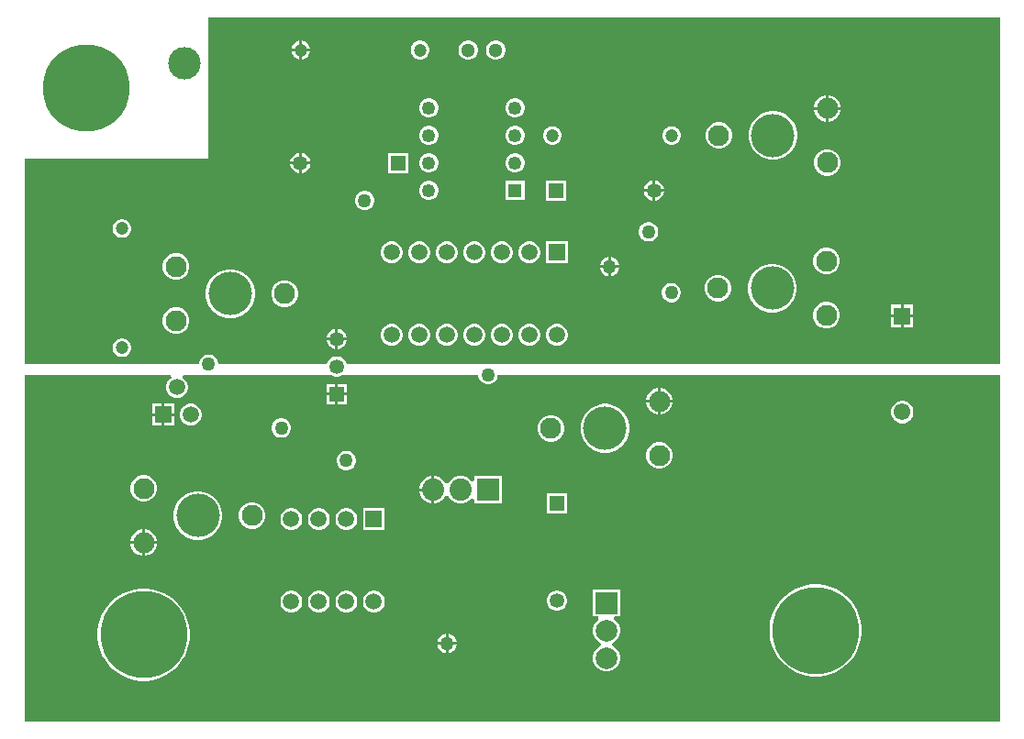
<source format=gbr>
%TF.GenerationSoftware,Altium Limited,Altium Designer,25.1.2 (22)*%
G04 Layer_Physical_Order=2*
G04 Layer_Color=36540*
%FSLAX25Y25*%
%MOIN*%
%TF.SameCoordinates,C6B27E67-7A8A-4C38-9DB9-D7D7B609FA95*%
%TF.FilePolarity,Positive*%
%TF.FileFunction,Copper,L2,Inr,Signal*%
%TF.Part,Single*%
G01*
G75*
%TA.AperFunction,ComponentPad*%
%ADD16C,0.11811*%
%ADD17C,0.05118*%
%ADD18C,0.04724*%
%ADD19R,0.04921X0.04921*%
%ADD20C,0.04921*%
%ADD21R,0.05906X0.05906*%
%ADD22C,0.05906*%
%ADD23R,0.08071X0.08071*%
%ADD24C,0.08071*%
%ADD25C,0.05315*%
%ADD26R,0.05315X0.05315*%
%ADD27R,0.07874X0.07874*%
%ADD28C,0.07874*%
%ADD29C,0.15748*%
%ADD30C,0.07677*%
%ADD32C,0.05900*%
%ADD33R,0.05900X0.05900*%
%ADD34R,0.06102X0.06102*%
%ADD35C,0.06102*%
%ADD36R,0.05315X0.05315*%
%TA.AperFunction,ViaPad*%
%ADD37C,0.31496*%
%ADD38C,0.05000*%
G36*
X421260Y3937D02*
X66929D01*
Y129921D01*
X120151D01*
X120420Y128921D01*
X119968Y128661D01*
X119233Y127925D01*
X118713Y127025D01*
X118444Y126020D01*
Y124980D01*
X118713Y123975D01*
X119233Y123075D01*
X119968Y122339D01*
X120869Y121819D01*
X121874Y121550D01*
X122914D01*
X123918Y121819D01*
X124819Y122339D01*
X125555Y123075D01*
X126075Y123975D01*
X126344Y124980D01*
Y126020D01*
X126075Y127025D01*
X125555Y127925D01*
X124819Y128661D01*
X124368Y128921D01*
X124636Y129921D01*
X178411D01*
X178982Y129592D01*
X179912Y129342D01*
X180875D01*
X181805Y129592D01*
X182376Y129921D01*
X231894D01*
Y129539D01*
X232132Y128649D01*
X232593Y127851D01*
X233245Y127199D01*
X234043Y126739D01*
X234933Y126500D01*
X235855D01*
X236745Y126739D01*
X237543Y127199D01*
X238194Y127851D01*
X238655Y128649D01*
X238894Y129539D01*
Y129921D01*
X421260D01*
Y3937D01*
D02*
G37*
G36*
Y133858D02*
X183950D01*
X183802Y134412D01*
X183320Y135246D01*
X182640Y135927D01*
X181805Y136408D01*
X180875Y136658D01*
X179912D01*
X178982Y136408D01*
X178148Y135927D01*
X177467Y135246D01*
X176986Y134412D01*
X176837Y133858D01*
X137358D01*
Y134319D01*
X137120Y135209D01*
X136659Y136007D01*
X136007Y136659D01*
X135209Y137120D01*
X134319Y137358D01*
X133397D01*
X132507Y137120D01*
X131709Y136659D01*
X131058Y136007D01*
X130597Y135209D01*
X130358Y134319D01*
Y133858D01*
X66929D01*
Y208661D01*
X133858D01*
Y259842D01*
X421260D01*
Y133858D01*
D02*
G37*
%LPC*%
G36*
X184051Y126657D02*
X180894D01*
Y123500D01*
X184051D01*
Y126657D01*
D02*
G37*
G36*
X179894D02*
X176736D01*
Y123500D01*
X179894D01*
Y126657D01*
D02*
G37*
G36*
X298216Y125181D02*
X298079D01*
Y120843D01*
X302417D01*
Y120979D01*
X302088Y122210D01*
X301451Y123313D01*
X300550Y124214D01*
X299446Y124851D01*
X298216Y125181D01*
D02*
G37*
G36*
X297079D02*
X296942D01*
X295711Y124851D01*
X294608Y124214D01*
X293707Y123313D01*
X293070Y122210D01*
X292740Y120979D01*
Y120843D01*
X297079D01*
Y125181D01*
D02*
G37*
G36*
X184051Y122500D02*
X180894D01*
Y119343D01*
X184051D01*
Y122500D01*
D02*
G37*
G36*
X179894D02*
X176736D01*
Y119343D01*
X179894D01*
Y122500D01*
D02*
G37*
G36*
X121344Y119450D02*
X117894D01*
Y116000D01*
X121344D01*
Y119450D01*
D02*
G37*
G36*
X116894D02*
X113444D01*
Y116000D01*
X116894D01*
Y119450D01*
D02*
G37*
G36*
X302417Y119843D02*
X298079D01*
Y115504D01*
X298216D01*
X299446Y115834D01*
X300550Y116471D01*
X301451Y117372D01*
X302088Y118475D01*
X302417Y119705D01*
Y119843D01*
D02*
G37*
G36*
X297079D02*
X292740D01*
Y119705D01*
X293070Y118475D01*
X293707Y117372D01*
X294608Y116471D01*
X295711Y115834D01*
X296942Y115504D01*
X297079D01*
Y119843D01*
D02*
G37*
G36*
X386360Y120429D02*
X385293D01*
X384263Y120153D01*
X383339Y119620D01*
X382585Y118865D01*
X382052Y117942D01*
X381776Y116911D01*
Y115845D01*
X382052Y114814D01*
X382585Y113891D01*
X383339Y113136D01*
X384263Y112603D01*
X385293Y112327D01*
X386360D01*
X387390Y112603D01*
X388314Y113136D01*
X389069Y113891D01*
X389602Y114814D01*
X389878Y115845D01*
Y116911D01*
X389602Y117942D01*
X389069Y118865D01*
X388314Y119620D01*
X387390Y120153D01*
X386360Y120429D01*
D02*
G37*
G36*
X127914Y119450D02*
X126874D01*
X125869Y119181D01*
X124968Y118661D01*
X124233Y117925D01*
X123713Y117025D01*
X123444Y116020D01*
Y114980D01*
X123713Y113975D01*
X124233Y113075D01*
X124968Y112339D01*
X125869Y111819D01*
X126874Y111550D01*
X127914D01*
X128918Y111819D01*
X129819Y112339D01*
X130554Y113075D01*
X131075Y113975D01*
X131344Y114980D01*
Y116020D01*
X131075Y117025D01*
X130554Y117925D01*
X129819Y118661D01*
X128918Y119181D01*
X127914Y119450D01*
D02*
G37*
G36*
X121344Y115000D02*
X117894D01*
Y111550D01*
X121344D01*
Y115000D01*
D02*
G37*
G36*
X116894D02*
X113444D01*
Y111550D01*
X116894D01*
Y115000D01*
D02*
G37*
G36*
X160697Y114130D02*
X159775D01*
X158885Y113891D01*
X158087Y113431D01*
X157436Y112779D01*
X156975Y111981D01*
X156736Y111091D01*
Y110169D01*
X156975Y109279D01*
X157436Y108481D01*
X158087Y107829D01*
X158885Y107368D01*
X159775Y107130D01*
X160697D01*
X161587Y107368D01*
X162385Y107829D01*
X163037Y108481D01*
X163498Y109279D01*
X163736Y110169D01*
Y111091D01*
X163498Y111981D01*
X163037Y112779D01*
X162385Y113431D01*
X161587Y113891D01*
X160697Y114130D01*
D02*
G37*
G36*
X258846Y115339D02*
X257572D01*
X256341Y115009D01*
X255238Y114372D01*
X254337Y113471D01*
X253700Y112368D01*
X253370Y111137D01*
Y109863D01*
X253700Y108632D01*
X254337Y107529D01*
X255238Y106628D01*
X256341Y105991D01*
X257572Y105661D01*
X258846D01*
X260076Y105991D01*
X261180Y106628D01*
X262081Y107529D01*
X262718Y108632D01*
X263047Y109863D01*
Y111137D01*
X262718Y112368D01*
X262081Y113471D01*
X261180Y114372D01*
X260076Y115009D01*
X258846Y115339D01*
D02*
G37*
G36*
X278768Y119374D02*
X277020D01*
X275305Y119033D01*
X273690Y118364D01*
X272237Y117393D01*
X271001Y116157D01*
X270030Y114703D01*
X269361Y113088D01*
X269020Y111374D01*
Y109626D01*
X269361Y107912D01*
X270030Y106297D01*
X271001Y104843D01*
X272237Y103607D01*
X273690Y102636D01*
X275305Y101967D01*
X277020Y101626D01*
X278768D01*
X280482Y101967D01*
X282097Y102636D01*
X283551Y103607D01*
X284787Y104843D01*
X285758Y106297D01*
X286427Y107912D01*
X286768Y109626D01*
Y111374D01*
X286427Y113088D01*
X285758Y114703D01*
X284787Y116157D01*
X283551Y117393D01*
X282097Y118364D01*
X280482Y119033D01*
X278768Y119374D01*
D02*
G37*
G36*
X298216Y105496D02*
X296942D01*
X295711Y105166D01*
X294608Y104529D01*
X293707Y103628D01*
X293070Y102525D01*
X292740Y101295D01*
Y100021D01*
X293070Y98790D01*
X293707Y97686D01*
X294608Y96786D01*
X295711Y96149D01*
X296942Y95819D01*
X298216D01*
X299446Y96149D01*
X300550Y96786D01*
X301451Y97686D01*
X302088Y98790D01*
X302417Y100021D01*
Y101295D01*
X302088Y102525D01*
X301451Y103628D01*
X300550Y104529D01*
X299446Y105166D01*
X298216Y105496D01*
D02*
G37*
G36*
X184319Y102319D02*
X183397D01*
X182507Y102080D01*
X181709Y101620D01*
X181058Y100968D01*
X180597Y100170D01*
X180358Y99280D01*
Y98358D01*
X180597Y97468D01*
X181058Y96670D01*
X181709Y96018D01*
X182507Y95557D01*
X183397Y95319D01*
X184319D01*
X185209Y95557D01*
X186007Y96018D01*
X186659Y96670D01*
X187120Y97468D01*
X187358Y98358D01*
Y99280D01*
X187120Y100170D01*
X186659Y100968D01*
X186007Y101620D01*
X185209Y102080D01*
X184319Y102319D01*
D02*
G37*
G36*
X240429Y93161D02*
X230358D01*
Y91598D01*
X229648Y91309D01*
X229358Y91283D01*
X228485Y92155D01*
X227337Y92818D01*
X226057Y93161D01*
X224731D01*
X223450Y92818D01*
X222302Y92155D01*
X221364Y91218D01*
X220959Y90516D01*
X219828D01*
X219423Y91218D01*
X218485Y92155D01*
X217337Y92818D01*
X216057Y93161D01*
X215894D01*
Y88126D01*
Y83091D01*
X216057D01*
X217337Y83434D01*
X218485Y84097D01*
X219423Y85034D01*
X219828Y85736D01*
X220959D01*
X221364Y85034D01*
X222302Y84097D01*
X223450Y83434D01*
X224731Y83091D01*
X226057D01*
X227337Y83434D01*
X228485Y84097D01*
X229358Y84969D01*
X229648Y84943D01*
X230358Y84654D01*
Y83091D01*
X240429D01*
Y93161D01*
D02*
G37*
G36*
X214894D02*
X214731D01*
X213450Y92818D01*
X212302Y92155D01*
X211364Y91218D01*
X210701Y90070D01*
X210358Y88789D01*
Y88626D01*
X214894D01*
Y93161D01*
D02*
G37*
G36*
X110873Y93421D02*
X109599D01*
X108369Y93091D01*
X107265Y92454D01*
X106364Y91554D01*
X105727Y90450D01*
X105398Y89220D01*
Y87946D01*
X105727Y86715D01*
X106364Y85612D01*
X107265Y84711D01*
X108369Y84074D01*
X109599Y83744D01*
X110873D01*
X112104Y84074D01*
X113207Y84711D01*
X114108Y85612D01*
X114745Y86715D01*
X115075Y87946D01*
Y89220D01*
X114745Y90450D01*
X114108Y91554D01*
X113207Y92454D01*
X112104Y93091D01*
X110873Y93421D01*
D02*
G37*
G36*
X214894Y87626D02*
X210358D01*
Y87463D01*
X210701Y86182D01*
X211364Y85034D01*
X212302Y84097D01*
X213450Y83434D01*
X214731Y83091D01*
X214894D01*
Y87626D01*
D02*
G37*
G36*
X264051Y86874D02*
X256736D01*
Y79559D01*
X264051D01*
Y86874D01*
D02*
G37*
G36*
X150243Y83579D02*
X148969D01*
X147739Y83249D01*
X146635Y82612D01*
X145735Y81711D01*
X145097Y80608D01*
X144768Y79377D01*
Y78103D01*
X145097Y76872D01*
X145735Y75769D01*
X146635Y74868D01*
X147739Y74231D01*
X148969Y73902D01*
X150243D01*
X151474Y74231D01*
X152577Y74868D01*
X153478Y75769D01*
X154115Y76872D01*
X154445Y78103D01*
Y79377D01*
X154115Y80608D01*
X153478Y81711D01*
X152577Y82612D01*
X151474Y83249D01*
X150243Y83579D01*
D02*
G37*
G36*
X197846Y81453D02*
X189941D01*
Y73547D01*
X197846D01*
Y81453D01*
D02*
G37*
G36*
X184414D02*
X183373D01*
X182368Y81183D01*
X181467Y80663D01*
X180731Y79927D01*
X180210Y79026D01*
X179941Y78020D01*
Y76980D01*
X180210Y75974D01*
X180731Y75073D01*
X181467Y74337D01*
X182368Y73817D01*
X183373Y73547D01*
X184414D01*
X185419Y73817D01*
X186321Y74337D01*
X187057Y75073D01*
X187577Y75974D01*
X187847Y76980D01*
Y78020D01*
X187577Y79026D01*
X187057Y79927D01*
X186321Y80663D01*
X185419Y81183D01*
X184414Y81453D01*
D02*
G37*
G36*
X174414D02*
X173373D01*
X172368Y81183D01*
X171467Y80663D01*
X170731Y79927D01*
X170210Y79026D01*
X169941Y78020D01*
Y76980D01*
X170210Y75974D01*
X170731Y75073D01*
X171467Y74337D01*
X172368Y73817D01*
X173373Y73547D01*
X174414D01*
X175419Y73817D01*
X176321Y74337D01*
X177057Y75073D01*
X177577Y75974D01*
X177847Y76980D01*
Y78020D01*
X177577Y79026D01*
X177057Y79927D01*
X176321Y80663D01*
X175419Y81183D01*
X174414Y81453D01*
D02*
G37*
G36*
X164414D02*
X163373D01*
X162368Y81183D01*
X161467Y80663D01*
X160731Y79927D01*
X160210Y79026D01*
X159941Y78020D01*
Y76980D01*
X160210Y75974D01*
X160731Y75073D01*
X161467Y74337D01*
X162368Y73817D01*
X163373Y73547D01*
X164414D01*
X165419Y73817D01*
X166321Y74337D01*
X167057Y75073D01*
X167577Y75974D01*
X167847Y76980D01*
Y78020D01*
X167577Y79026D01*
X167057Y79927D01*
X166321Y80663D01*
X165419Y81183D01*
X164414Y81453D01*
D02*
G37*
G36*
X130795Y87614D02*
X129047D01*
X127333Y87273D01*
X125718Y86604D01*
X124264Y85633D01*
X123028Y84397D01*
X122057Y82944D01*
X121388Y81329D01*
X121047Y79614D01*
Y77866D01*
X121388Y76152D01*
X122057Y74537D01*
X123028Y73083D01*
X124264Y71847D01*
X125718Y70876D01*
X127333Y70207D01*
X129047Y69866D01*
X130795D01*
X132510Y70207D01*
X134125Y70876D01*
X135578Y71847D01*
X136814Y73083D01*
X137785Y74537D01*
X138454Y76152D01*
X138795Y77866D01*
Y79614D01*
X138454Y81329D01*
X137785Y82944D01*
X136814Y84397D01*
X135578Y85633D01*
X134125Y86604D01*
X132510Y87273D01*
X130795Y87614D01*
D02*
G37*
G36*
X110873Y73736D02*
X110736D01*
Y69398D01*
X115075D01*
Y69535D01*
X114745Y70765D01*
X114108Y71869D01*
X113207Y72769D01*
X112104Y73406D01*
X110873Y73736D01*
D02*
G37*
G36*
X109736D02*
X109599D01*
X108369Y73406D01*
X107265Y72769D01*
X106364Y71869D01*
X105727Y70765D01*
X105398Y69535D01*
Y69398D01*
X109736D01*
Y73736D01*
D02*
G37*
G36*
X115075Y68398D02*
X110736D01*
Y64059D01*
X110873D01*
X112104Y64389D01*
X113207Y65026D01*
X114108Y65927D01*
X114745Y67030D01*
X115075Y68261D01*
Y68398D01*
D02*
G37*
G36*
X109736D02*
X105398D01*
Y68261D01*
X105727Y67030D01*
X106364Y65927D01*
X107265Y65026D01*
X108369Y64389D01*
X109599Y64059D01*
X109736D01*
Y68398D01*
D02*
G37*
G36*
X260875Y51441D02*
X259912D01*
X258982Y51192D01*
X258148Y50710D01*
X257467Y50029D01*
X256985Y49195D01*
X256736Y48265D01*
Y47302D01*
X256985Y46372D01*
X257467Y45538D01*
X258148Y44857D01*
X258982Y44375D01*
X259912Y44126D01*
X260875D01*
X261805Y44375D01*
X262639Y44857D01*
X263320Y45538D01*
X263802Y46372D01*
X264051Y47302D01*
Y48265D01*
X263802Y49195D01*
X263320Y50029D01*
X262639Y50710D01*
X261805Y51192D01*
X260875Y51441D01*
D02*
G37*
G36*
X194414Y51453D02*
X193373D01*
X192368Y51183D01*
X191467Y50663D01*
X190731Y49927D01*
X190210Y49026D01*
X189941Y48020D01*
Y46980D01*
X190210Y45974D01*
X190731Y45073D01*
X191467Y44337D01*
X192368Y43817D01*
X193373Y43547D01*
X194414D01*
X195419Y43817D01*
X196321Y44337D01*
X197057Y45073D01*
X197577Y45974D01*
X197846Y46980D01*
Y48020D01*
X197577Y49026D01*
X197057Y49927D01*
X196321Y50663D01*
X195419Y51183D01*
X194414Y51453D01*
D02*
G37*
G36*
X184414D02*
X183373D01*
X182368Y51183D01*
X181467Y50663D01*
X180731Y49927D01*
X180210Y49026D01*
X179941Y48020D01*
Y46980D01*
X180210Y45974D01*
X180731Y45073D01*
X181467Y44337D01*
X182368Y43817D01*
X183373Y43547D01*
X184414D01*
X185419Y43817D01*
X186321Y44337D01*
X187057Y45073D01*
X187577Y45974D01*
X187847Y46980D01*
Y48020D01*
X187577Y49026D01*
X187057Y49927D01*
X186321Y50663D01*
X185419Y51183D01*
X184414Y51453D01*
D02*
G37*
G36*
X174414D02*
X173373D01*
X172368Y51183D01*
X171467Y50663D01*
X170731Y49927D01*
X170210Y49026D01*
X169941Y48020D01*
Y46980D01*
X170210Y45974D01*
X170731Y45073D01*
X171467Y44337D01*
X172368Y43817D01*
X173373Y43547D01*
X174414D01*
X175419Y43817D01*
X176321Y44337D01*
X177057Y45073D01*
X177577Y45974D01*
X177847Y46980D01*
Y48020D01*
X177577Y49026D01*
X177057Y49927D01*
X176321Y50663D01*
X175419Y51183D01*
X174414Y51453D01*
D02*
G37*
G36*
X164414D02*
X163373D01*
X162368Y51183D01*
X161467Y50663D01*
X160731Y49927D01*
X160210Y49026D01*
X159941Y48020D01*
Y46980D01*
X160210Y45974D01*
X160731Y45073D01*
X161467Y44337D01*
X162368Y43817D01*
X163373Y43547D01*
X164414D01*
X165419Y43817D01*
X166321Y44337D01*
X167057Y45073D01*
X167577Y45974D01*
X167847Y46980D01*
Y48020D01*
X167577Y49026D01*
X167057Y49927D01*
X166321Y50663D01*
X165419Y51183D01*
X164414Y51453D01*
D02*
G37*
G36*
X220972Y35773D02*
Y32783D01*
X223962D01*
X223734Y33634D01*
X223273Y34433D01*
X222621Y35084D01*
X221823Y35545D01*
X220972Y35773D01*
D02*
G37*
G36*
X219972D02*
X219122Y35545D01*
X218323Y35084D01*
X217672Y34433D01*
X217211Y33634D01*
X216983Y32783D01*
X219972D01*
Y35773D01*
D02*
G37*
G36*
X223962Y31784D02*
X220972D01*
Y28794D01*
X221823Y29022D01*
X222621Y29483D01*
X223273Y30134D01*
X223734Y30933D01*
X223962Y31784D01*
D02*
G37*
G36*
X219972D02*
X216983D01*
X217211Y30933D01*
X217672Y30134D01*
X218323Y29483D01*
X219122Y29022D01*
X219972Y28794D01*
Y31784D01*
D02*
G37*
G36*
X283331Y51937D02*
X273457D01*
Y42063D01*
X275289D01*
X275557Y41063D01*
X275362Y40951D01*
X274443Y40031D01*
X273793Y38906D01*
X273457Y37650D01*
Y36350D01*
X273793Y35094D01*
X274443Y33969D01*
X275362Y33049D01*
X276216Y32556D01*
X276301Y32260D01*
Y31740D01*
X276216Y31444D01*
X275362Y30951D01*
X274443Y30031D01*
X273793Y28906D01*
X273457Y27650D01*
Y26350D01*
X273793Y25094D01*
X274443Y23969D01*
X275362Y23049D01*
X276488Y22399D01*
X277744Y22063D01*
X279044D01*
X280299Y22399D01*
X281425Y23049D01*
X282344Y23969D01*
X282994Y25094D01*
X283331Y26350D01*
Y27650D01*
X282994Y28906D01*
X282344Y30031D01*
X281425Y30951D01*
X280571Y31444D01*
X280487Y31740D01*
Y32260D01*
X280571Y32556D01*
X281425Y33049D01*
X282344Y33969D01*
X282994Y35094D01*
X283331Y36350D01*
Y37650D01*
X282994Y38906D01*
X282344Y40031D01*
X281425Y40951D01*
X281230Y41063D01*
X281498Y42063D01*
X283331D01*
Y51937D01*
D02*
G37*
G36*
X355428Y53748D02*
X353233D01*
X351056Y53461D01*
X348936Y52893D01*
X346907Y52053D01*
X345006Y50955D01*
X343264Y49619D01*
X341712Y48066D01*
X340375Y46325D01*
X339278Y44423D01*
X338438Y42395D01*
X337869Y40274D01*
X337583Y38098D01*
Y35902D01*
X337869Y33726D01*
X338438Y31605D01*
X339278Y29577D01*
X340375Y27675D01*
X341712Y25934D01*
X343264Y24381D01*
X345006Y23045D01*
X346907Y21947D01*
X348936Y21107D01*
X351056Y20538D01*
X353233Y20252D01*
X355428D01*
X357605Y20538D01*
X359726Y21107D01*
X361754Y21947D01*
X363655Y23045D01*
X365397Y24381D01*
X366950Y25934D01*
X368286Y27675D01*
X369384Y29577D01*
X370224Y31605D01*
X370792Y33726D01*
X371079Y35902D01*
Y38098D01*
X370792Y40274D01*
X370224Y42395D01*
X369384Y44423D01*
X368286Y46325D01*
X366950Y48066D01*
X365397Y49619D01*
X363655Y50955D01*
X361754Y52053D01*
X359726Y52893D01*
X357605Y53461D01*
X355428Y53748D01*
D02*
G37*
G36*
X111334Y52181D02*
X109139D01*
X106962Y51894D01*
X104841Y51326D01*
X102813Y50486D01*
X100911Y49388D01*
X99170Y48052D01*
X97617Y46499D01*
X96281Y44758D01*
X95183Y42856D01*
X94343Y40828D01*
X93775Y38708D01*
X93488Y36531D01*
Y34335D01*
X93775Y32159D01*
X94343Y30038D01*
X95183Y28010D01*
X96281Y26108D01*
X97617Y24367D01*
X99170Y22814D01*
X100911Y21478D01*
X102813Y20380D01*
X104841Y19540D01*
X106962Y18972D01*
X109139Y18685D01*
X111334D01*
X113511Y18972D01*
X115631Y19540D01*
X117660Y20380D01*
X119561Y21478D01*
X121303Y22814D01*
X122855Y24367D01*
X124192Y26108D01*
X125289Y28010D01*
X126129Y30038D01*
X126698Y32159D01*
X126984Y34335D01*
Y36531D01*
X126698Y38708D01*
X126129Y40828D01*
X125289Y42856D01*
X124192Y44758D01*
X122855Y46499D01*
X121303Y48052D01*
X119561Y49388D01*
X117660Y50486D01*
X115631Y51326D01*
X113511Y51894D01*
X111334Y52181D01*
D02*
G37*
G36*
X167823Y251378D02*
Y248532D01*
X170670D01*
X170456Y249329D01*
X170013Y250096D01*
X169387Y250722D01*
X168621Y251165D01*
X167823Y251378D01*
D02*
G37*
G36*
X166823D02*
X166025Y251165D01*
X165258Y250722D01*
X164632Y250096D01*
X164190Y249329D01*
X163976Y248532D01*
X166823D01*
Y251378D01*
D02*
G37*
G36*
X170670Y247532D02*
X167823D01*
Y244685D01*
X168621Y244898D01*
X169387Y245341D01*
X170013Y245967D01*
X170456Y246734D01*
X170670Y247532D01*
D02*
G37*
G36*
X166823D02*
X163976D01*
X164190Y246734D01*
X164632Y245967D01*
X165258Y245341D01*
X166025Y244898D01*
X166823Y244685D01*
Y247532D01*
D02*
G37*
G36*
X211073Y251394D02*
X210187D01*
X209332Y251165D01*
X208565Y250722D01*
X207940Y250096D01*
X207497Y249329D01*
X207268Y248474D01*
Y247589D01*
X207497Y246734D01*
X207940Y245967D01*
X208565Y245341D01*
X209332Y244898D01*
X210187Y244669D01*
X211073D01*
X211928Y244898D01*
X212694Y245341D01*
X213320Y245967D01*
X213763Y246734D01*
X213992Y247589D01*
Y248474D01*
X213763Y249329D01*
X213320Y250096D01*
X212694Y250722D01*
X211928Y251165D01*
X211073Y251394D01*
D02*
G37*
G36*
X238657Y251590D02*
X237720D01*
X236815Y251348D01*
X236004Y250879D01*
X235341Y250217D01*
X234873Y249405D01*
X234630Y248500D01*
Y247563D01*
X234873Y246658D01*
X235341Y245846D01*
X236004Y245184D01*
X236815Y244715D01*
X237720Y244472D01*
X238657D01*
X239563Y244715D01*
X240374Y245184D01*
X241037Y245846D01*
X241506Y246658D01*
X241748Y247563D01*
Y248500D01*
X241506Y249405D01*
X241037Y250217D01*
X240374Y250879D01*
X239563Y251348D01*
X238657Y251590D01*
D02*
G37*
G36*
X228658D02*
X227720D01*
X226815Y251348D01*
X226004Y250879D01*
X225341Y250217D01*
X224872Y249405D01*
X224630Y248500D01*
Y247563D01*
X224872Y246658D01*
X225341Y245846D01*
X226004Y245184D01*
X226815Y244715D01*
X227720Y244472D01*
X228658D01*
X229563Y244715D01*
X230374Y245184D01*
X231037Y245846D01*
X231505Y246658D01*
X231748Y247563D01*
Y248500D01*
X231505Y249405D01*
X231037Y250217D01*
X230374Y250879D01*
X229563Y251348D01*
X228658Y251590D01*
D02*
G37*
G36*
X359216Y231681D02*
X359079D01*
Y227343D01*
X363417D01*
Y227480D01*
X363088Y228710D01*
X362451Y229814D01*
X361550Y230714D01*
X360446Y231351D01*
X359216Y231681D01*
D02*
G37*
G36*
X358079D02*
X357942D01*
X356711Y231351D01*
X355608Y230714D01*
X354707Y229814D01*
X354070Y228710D01*
X353740Y227480D01*
Y227343D01*
X358079D01*
Y231681D01*
D02*
G37*
G36*
X245609Y230461D02*
X244698D01*
X243818Y230225D01*
X243029Y229769D01*
X242384Y229125D01*
X241929Y228336D01*
X241693Y227456D01*
Y226544D01*
X241929Y225664D01*
X242384Y224875D01*
X243029Y224231D01*
X243818Y223775D01*
X244698Y223539D01*
X245609D01*
X246489Y223775D01*
X247278Y224231D01*
X247923Y224875D01*
X248378Y225664D01*
X248614Y226544D01*
Y227456D01*
X248378Y228336D01*
X247923Y229125D01*
X247278Y229769D01*
X246489Y230225D01*
X245609Y230461D01*
D02*
G37*
G36*
X214349D02*
X213438D01*
X212558Y230225D01*
X211769Y229769D01*
X211124Y229125D01*
X210669Y228336D01*
X210433Y227456D01*
Y226544D01*
X210669Y225664D01*
X211124Y224875D01*
X211769Y224231D01*
X212558Y223775D01*
X213438Y223539D01*
X214349D01*
X215229Y223775D01*
X216019Y224231D01*
X216663Y224875D01*
X217119Y225664D01*
X217354Y226544D01*
Y227456D01*
X217119Y228336D01*
X216663Y229125D01*
X216019Y229769D01*
X215229Y230225D01*
X214349Y230461D01*
D02*
G37*
G36*
X363417Y226343D02*
X359079D01*
Y222004D01*
X359216D01*
X360446Y222334D01*
X361550Y222971D01*
X362451Y223872D01*
X363088Y224975D01*
X363417Y226205D01*
Y226343D01*
D02*
G37*
G36*
X358079D02*
X353740D01*
Y226205D01*
X354070Y224975D01*
X354707Y223872D01*
X355608Y222971D01*
X356711Y222334D01*
X357942Y222004D01*
X358079D01*
Y226343D01*
D02*
G37*
G36*
X302490Y220362D02*
X301605D01*
X300749Y220133D01*
X299983Y219690D01*
X299357Y219064D01*
X298914Y218298D01*
X298685Y217443D01*
Y216557D01*
X298914Y215702D01*
X299357Y214936D01*
X299983Y214310D01*
X300749Y213867D01*
X301605Y213638D01*
X302490D01*
X303345Y213867D01*
X304112Y214310D01*
X304738Y214936D01*
X305180Y215702D01*
X305409Y216557D01*
Y217443D01*
X305180Y218298D01*
X304738Y219064D01*
X304112Y219690D01*
X303345Y220133D01*
X302490Y220362D01*
D02*
G37*
G36*
X259183D02*
X258297D01*
X257442Y220133D01*
X256676Y219690D01*
X256050Y219064D01*
X255607Y218298D01*
X255378Y217443D01*
Y216557D01*
X255607Y215702D01*
X256050Y214936D01*
X256676Y214310D01*
X257442Y213867D01*
X258297Y213638D01*
X259183D01*
X260038Y213867D01*
X260805Y214310D01*
X261431Y214936D01*
X261873Y215702D01*
X262102Y216557D01*
Y217443D01*
X261873Y218298D01*
X261431Y219064D01*
X260805Y219690D01*
X260038Y220133D01*
X259183Y220362D01*
D02*
G37*
G36*
X245609Y220461D02*
X244698D01*
X243818Y220225D01*
X243029Y219769D01*
X242384Y219125D01*
X241929Y218336D01*
X241693Y217456D01*
Y216544D01*
X241929Y215664D01*
X242384Y214875D01*
X243029Y214231D01*
X243818Y213775D01*
X244698Y213539D01*
X245609D01*
X246489Y213775D01*
X247278Y214231D01*
X247923Y214875D01*
X248378Y215664D01*
X248614Y216544D01*
Y217456D01*
X248378Y218336D01*
X247923Y219125D01*
X247278Y219769D01*
X246489Y220225D01*
X245609Y220461D01*
D02*
G37*
G36*
X214349D02*
X213438D01*
X212558Y220225D01*
X211769Y219769D01*
X211124Y219125D01*
X210669Y218336D01*
X210433Y217456D01*
Y216544D01*
X210669Y215664D01*
X211124Y214875D01*
X211769Y214231D01*
X212558Y213775D01*
X213438Y213539D01*
X214349D01*
X215229Y213775D01*
X216019Y214231D01*
X216663Y214875D01*
X217119Y215664D01*
X217354Y216544D01*
Y217456D01*
X217119Y218336D01*
X216663Y219125D01*
X216019Y219769D01*
X215229Y220225D01*
X214349Y220461D01*
D02*
G37*
G36*
X319846Y221839D02*
X318572D01*
X317341Y221509D01*
X316238Y220872D01*
X315337Y219971D01*
X314700Y218868D01*
X314370Y217637D01*
Y216363D01*
X314700Y215132D01*
X315337Y214029D01*
X316238Y213128D01*
X317341Y212491D01*
X318572Y212161D01*
X319846D01*
X321076Y212491D01*
X322180Y213128D01*
X323080Y214029D01*
X323717Y215132D01*
X324047Y216363D01*
Y217637D01*
X323717Y218868D01*
X323080Y219971D01*
X322180Y220872D01*
X321076Y221509D01*
X319846Y221839D01*
D02*
G37*
G36*
X339768Y225874D02*
X338020D01*
X336305Y225533D01*
X334690Y224864D01*
X333237Y223893D01*
X332001Y222657D01*
X331030Y221203D01*
X330361Y219588D01*
X330020Y217874D01*
Y216126D01*
X330361Y214411D01*
X331030Y212797D01*
X332001Y211343D01*
X333237Y210107D01*
X334690Y209136D01*
X336305Y208467D01*
X338020Y208126D01*
X339768D01*
X341482Y208467D01*
X343097Y209136D01*
X344551Y210107D01*
X345787Y211343D01*
X346758Y212797D01*
X347427Y214411D01*
X347768Y216126D01*
Y217874D01*
X347427Y219588D01*
X346758Y221203D01*
X345787Y222657D01*
X344551Y223893D01*
X343097Y224864D01*
X341482Y225533D01*
X339768Y225874D01*
D02*
G37*
G36*
X167677Y210652D02*
Y207500D01*
X170830D01*
X170585Y208412D01*
X170104Y209246D01*
X169423Y209927D01*
X168589Y210408D01*
X167677Y210652D01*
D02*
G37*
G36*
X166677D02*
X165765Y210408D01*
X164931Y209927D01*
X164251Y209246D01*
X163769Y208412D01*
X163525Y207500D01*
X166677D01*
Y210652D01*
D02*
G37*
G36*
X245609Y210461D02*
X244698D01*
X243818Y210225D01*
X243029Y209769D01*
X242384Y209125D01*
X241929Y208336D01*
X241693Y207456D01*
Y206544D01*
X241929Y205664D01*
X242384Y204875D01*
X243029Y204231D01*
X243818Y203775D01*
X244698Y203539D01*
X245609D01*
X246489Y203775D01*
X247278Y204231D01*
X247923Y204875D01*
X248378Y205664D01*
X248614Y206544D01*
Y207456D01*
X248378Y208336D01*
X247923Y209125D01*
X247278Y209769D01*
X246489Y210225D01*
X245609Y210461D01*
D02*
G37*
G36*
X214349D02*
X213438D01*
X212558Y210225D01*
X211769Y209769D01*
X211124Y209125D01*
X210669Y208336D01*
X210433Y207456D01*
Y206544D01*
X210669Y205664D01*
X211124Y204875D01*
X211769Y204231D01*
X212558Y203775D01*
X213438Y203539D01*
X214349D01*
X215229Y203775D01*
X216019Y204231D01*
X216663Y204875D01*
X217119Y205664D01*
X217354Y206544D01*
Y207456D01*
X217119Y208336D01*
X216663Y209125D01*
X216019Y209769D01*
X215229Y210225D01*
X214349Y210461D01*
D02*
G37*
G36*
X170830Y206500D02*
X167677D01*
Y203347D01*
X168589Y203592D01*
X169423Y204073D01*
X170104Y204754D01*
X170585Y205588D01*
X170830Y206500D01*
D02*
G37*
G36*
X166677D02*
X163525D01*
X163769Y205588D01*
X164251Y204754D01*
X164931Y204073D01*
X165765Y203592D01*
X166677Y203347D01*
Y206500D01*
D02*
G37*
G36*
X206268Y210658D02*
X198953D01*
Y203343D01*
X206268D01*
Y210658D01*
D02*
G37*
G36*
X359216Y211996D02*
X357942D01*
X356711Y211666D01*
X355608Y211029D01*
X354707Y210128D01*
X354070Y209025D01*
X353740Y207794D01*
Y206521D01*
X354070Y205290D01*
X354707Y204187D01*
X355608Y203286D01*
X356711Y202649D01*
X357942Y202319D01*
X359216D01*
X360446Y202649D01*
X361550Y203286D01*
X362451Y204187D01*
X363088Y205290D01*
X363417Y206521D01*
Y207794D01*
X363088Y209025D01*
X362451Y210128D01*
X361550Y211029D01*
X360446Y211666D01*
X359216Y211996D01*
D02*
G37*
G36*
X296110Y200653D02*
Y197500D01*
X299263D01*
X299019Y198412D01*
X298537Y199246D01*
X297856Y199927D01*
X297022Y200408D01*
X296110Y200653D01*
D02*
G37*
G36*
X295110D02*
X294198Y200408D01*
X293365Y199927D01*
X292684Y199246D01*
X292202Y198412D01*
X291958Y197500D01*
X295110D01*
Y200653D01*
D02*
G37*
G36*
X248614Y200461D02*
X241693D01*
Y193539D01*
X248614D01*
Y200461D01*
D02*
G37*
G36*
X214349D02*
X213438D01*
X212558Y200225D01*
X211769Y199769D01*
X211124Y199125D01*
X210669Y198336D01*
X210433Y197456D01*
Y196544D01*
X210669Y195664D01*
X211124Y194875D01*
X211769Y194231D01*
X212558Y193775D01*
X213438Y193539D01*
X214349D01*
X215229Y193775D01*
X216019Y194231D01*
X216663Y194875D01*
X217119Y195664D01*
X217354Y196544D01*
Y197456D01*
X217119Y198336D01*
X216663Y199125D01*
X216019Y199769D01*
X215229Y200225D01*
X214349Y200461D01*
D02*
G37*
G36*
X299263Y196500D02*
X296110D01*
Y193348D01*
X297022Y193592D01*
X297856Y194073D01*
X298537Y194754D01*
X299019Y195588D01*
X299263Y196500D01*
D02*
G37*
G36*
X295110D02*
X291958D01*
X292202Y195588D01*
X292684Y194754D01*
X293365Y194073D01*
X294198Y193592D01*
X295110Y193348D01*
Y196500D01*
D02*
G37*
G36*
X263835Y200658D02*
X256520D01*
Y193342D01*
X263835D01*
Y200658D01*
D02*
G37*
G36*
X191012Y196807D02*
X190090D01*
X189200Y196569D01*
X188402Y196108D01*
X187750Y195456D01*
X187290Y194658D01*
X187051Y193768D01*
Y192846D01*
X187290Y191956D01*
X187750Y191158D01*
X188402Y190506D01*
X189200Y190046D01*
X190090Y189807D01*
X191012D01*
X191902Y190046D01*
X192700Y190506D01*
X193352Y191158D01*
X193813Y191956D01*
X194051Y192846D01*
Y193768D01*
X193813Y194658D01*
X193352Y195456D01*
X192700Y196108D01*
X191902Y196569D01*
X191012Y196807D01*
D02*
G37*
G36*
X102805Y186433D02*
X101920D01*
X101064Y186204D01*
X100298Y185761D01*
X99672Y185135D01*
X99229Y184369D01*
X99000Y183513D01*
Y182628D01*
X99229Y181773D01*
X99672Y181006D01*
X100298Y180380D01*
X101064Y179938D01*
X101920Y179709D01*
X102805D01*
X103660Y179938D01*
X104427Y180380D01*
X105053Y181006D01*
X105495Y181773D01*
X105724Y182628D01*
Y183513D01*
X105495Y184369D01*
X105053Y185135D01*
X104427Y185761D01*
X103660Y186204D01*
X102805Y186433D01*
D02*
G37*
G36*
X294162Y185390D02*
X293240D01*
X292350Y185151D01*
X291552Y184690D01*
X290900Y184039D01*
X290439Y183241D01*
X290201Y182351D01*
Y181429D01*
X290439Y180539D01*
X290900Y179741D01*
X291552Y179089D01*
X292350Y178628D01*
X293240Y178390D01*
X294162D01*
X295052Y178628D01*
X295850Y179089D01*
X296501Y179741D01*
X296962Y180539D01*
X297201Y181429D01*
Y182351D01*
X296962Y183241D01*
X296501Y184039D01*
X295850Y184690D01*
X295052Y185151D01*
X294162Y185390D01*
D02*
G37*
G36*
X264347Y178453D02*
X256441D01*
Y170547D01*
X264347D01*
Y178453D01*
D02*
G37*
G36*
X250914D02*
X249873D01*
X248868Y178183D01*
X247967Y177663D01*
X247231Y176927D01*
X246710Y176026D01*
X246441Y175020D01*
Y173980D01*
X246710Y172974D01*
X247231Y172073D01*
X247967Y171337D01*
X248868Y170817D01*
X249873Y170547D01*
X250914D01*
X251919Y170817D01*
X252821Y171337D01*
X253557Y172073D01*
X254077Y172974D01*
X254346Y173980D01*
Y175020D01*
X254077Y176026D01*
X253557Y176927D01*
X252821Y177663D01*
X251919Y178183D01*
X250914Y178453D01*
D02*
G37*
G36*
X240914D02*
X239873D01*
X238868Y178183D01*
X237967Y177663D01*
X237231Y176927D01*
X236710Y176026D01*
X236441Y175020D01*
Y173980D01*
X236710Y172974D01*
X237231Y172073D01*
X237967Y171337D01*
X238868Y170817D01*
X239873Y170547D01*
X240914D01*
X241919Y170817D01*
X242821Y171337D01*
X243557Y172073D01*
X244077Y172974D01*
X244346Y173980D01*
Y175020D01*
X244077Y176026D01*
X243557Y176927D01*
X242821Y177663D01*
X241919Y178183D01*
X240914Y178453D01*
D02*
G37*
G36*
X230914D02*
X229873D01*
X228868Y178183D01*
X227967Y177663D01*
X227231Y176927D01*
X226710Y176026D01*
X226441Y175020D01*
Y173980D01*
X226710Y172974D01*
X227231Y172073D01*
X227967Y171337D01*
X228868Y170817D01*
X229873Y170547D01*
X230914D01*
X231919Y170817D01*
X232821Y171337D01*
X233557Y172073D01*
X234077Y172974D01*
X234347Y173980D01*
Y175020D01*
X234077Y176026D01*
X233557Y176927D01*
X232821Y177663D01*
X231919Y178183D01*
X230914Y178453D01*
D02*
G37*
G36*
X220914D02*
X219873D01*
X218868Y178183D01*
X217967Y177663D01*
X217231Y176927D01*
X216710Y176026D01*
X216441Y175020D01*
Y173980D01*
X216710Y172974D01*
X217231Y172073D01*
X217967Y171337D01*
X218868Y170817D01*
X219873Y170547D01*
X220914D01*
X221919Y170817D01*
X222821Y171337D01*
X223557Y172073D01*
X224077Y172974D01*
X224346Y173980D01*
Y175020D01*
X224077Y176026D01*
X223557Y176927D01*
X222821Y177663D01*
X221919Y178183D01*
X220914Y178453D01*
D02*
G37*
G36*
X210914D02*
X209873D01*
X208868Y178183D01*
X207967Y177663D01*
X207231Y176927D01*
X206710Y176026D01*
X206441Y175020D01*
Y173980D01*
X206710Y172974D01*
X207231Y172073D01*
X207967Y171337D01*
X208868Y170817D01*
X209873Y170547D01*
X210914D01*
X211919Y170817D01*
X212821Y171337D01*
X213557Y172073D01*
X214077Y172974D01*
X214347Y173980D01*
Y175020D01*
X214077Y176026D01*
X213557Y176927D01*
X212821Y177663D01*
X211919Y178183D01*
X210914Y178453D01*
D02*
G37*
G36*
X200914D02*
X199873D01*
X198868Y178183D01*
X197967Y177663D01*
X197231Y176927D01*
X196710Y176026D01*
X196441Y175020D01*
Y173980D01*
X196710Y172974D01*
X197231Y172073D01*
X197967Y171337D01*
X198868Y170817D01*
X199873Y170547D01*
X200914D01*
X201919Y170817D01*
X202821Y171337D01*
X203557Y172073D01*
X204077Y172974D01*
X204346Y173980D01*
Y175020D01*
X204077Y176026D01*
X203557Y176927D01*
X202821Y177663D01*
X201919Y178183D01*
X200914Y178453D01*
D02*
G37*
G36*
X280028Y172781D02*
Y169791D01*
X283017D01*
X282789Y170642D01*
X282328Y171440D01*
X281677Y172092D01*
X280878Y172553D01*
X280028Y172781D01*
D02*
G37*
G36*
X279028D02*
X278177Y172553D01*
X277379Y172092D01*
X276727Y171440D01*
X276266Y170642D01*
X276038Y169791D01*
X279028D01*
Y172781D01*
D02*
G37*
G36*
X358905Y176098D02*
X357631D01*
X356400Y175769D01*
X355297Y175132D01*
X354396Y174231D01*
X353759Y173127D01*
X353429Y171897D01*
Y170623D01*
X353759Y169392D01*
X354396Y168289D01*
X355297Y167388D01*
X356400Y166751D01*
X357631Y166421D01*
X358905D01*
X360135Y166751D01*
X361239Y167388D01*
X362140Y168289D01*
X362777Y169392D01*
X363106Y170623D01*
Y171897D01*
X362777Y173127D01*
X362140Y174231D01*
X361239Y175132D01*
X360135Y175769D01*
X358905Y176098D01*
D02*
G37*
G36*
X283017Y168791D02*
X280028D01*
Y165802D01*
X280878Y166030D01*
X281677Y166491D01*
X282328Y167142D01*
X282789Y167940D01*
X283017Y168791D01*
D02*
G37*
G36*
X279028D02*
X276038D01*
X276266Y167940D01*
X276727Y167142D01*
X277379Y166491D01*
X278177Y166030D01*
X279028Y165802D01*
Y168791D01*
D02*
G37*
G36*
X122684Y174130D02*
X121410D01*
X120180Y173800D01*
X119076Y173163D01*
X118175Y172262D01*
X117538Y171159D01*
X117209Y169928D01*
Y168654D01*
X117538Y167424D01*
X118175Y166320D01*
X119076Y165419D01*
X120180Y164783D01*
X121410Y164453D01*
X122684D01*
X123915Y164783D01*
X125018Y165419D01*
X125919Y166320D01*
X126556Y167424D01*
X126886Y168654D01*
Y169928D01*
X126556Y171159D01*
X125919Y172262D01*
X125018Y173163D01*
X123915Y173800D01*
X122684Y174130D01*
D02*
G37*
G36*
X319535Y166256D02*
X318261D01*
X317030Y165926D01*
X315927Y165289D01*
X315026Y164388D01*
X314389Y163285D01*
X314059Y162054D01*
Y160780D01*
X314389Y159550D01*
X315026Y158446D01*
X315927Y157545D01*
X317030Y156909D01*
X318261Y156579D01*
X319535D01*
X320765Y156909D01*
X321869Y157545D01*
X322769Y158446D01*
X323407Y159550D01*
X323736Y160780D01*
Y162054D01*
X323407Y163285D01*
X322769Y164388D01*
X321869Y165289D01*
X320765Y165926D01*
X319535Y166256D01*
D02*
G37*
G36*
X302429Y163342D02*
X301508D01*
X300618Y163104D01*
X299819Y162643D01*
X299168Y161992D01*
X298707Y161194D01*
X298468Y160303D01*
Y159382D01*
X298707Y158492D01*
X299168Y157694D01*
X299819Y157042D01*
X300618Y156581D01*
X301508Y156342D01*
X302429D01*
X303320Y156581D01*
X304117Y157042D01*
X304769Y157694D01*
X305230Y158492D01*
X305469Y159382D01*
Y160303D01*
X305230Y161194D01*
X304769Y161992D01*
X304117Y162643D01*
X303320Y163104D01*
X302429Y163342D01*
D02*
G37*
G36*
X162054Y164287D02*
X160780D01*
X159550Y163958D01*
X158446Y163321D01*
X157545Y162420D01*
X156909Y161316D01*
X156579Y160086D01*
Y158812D01*
X156909Y157581D01*
X157545Y156478D01*
X158446Y155577D01*
X159550Y154940D01*
X160780Y154610D01*
X162054D01*
X163285Y154940D01*
X164388Y155577D01*
X165289Y156478D01*
X165926Y157581D01*
X166256Y158812D01*
Y160086D01*
X165926Y161316D01*
X165289Y162420D01*
X164388Y163321D01*
X163285Y163958D01*
X162054Y164287D01*
D02*
G37*
G36*
X339457Y170291D02*
X337709D01*
X335994Y169950D01*
X334379Y169281D01*
X332926Y168310D01*
X331690Y167074D01*
X330719Y165621D01*
X330050Y164006D01*
X329709Y162291D01*
Y160543D01*
X330050Y158829D01*
X330719Y157214D01*
X331690Y155761D01*
X332926Y154524D01*
X334379Y153553D01*
X335994Y152884D01*
X337709Y152543D01*
X339457D01*
X341171Y152884D01*
X342786Y153553D01*
X344239Y154524D01*
X345476Y155761D01*
X346447Y157214D01*
X347116Y158829D01*
X347457Y160543D01*
Y162291D01*
X347116Y164006D01*
X346447Y165621D01*
X345476Y167074D01*
X344239Y168310D01*
X342786Y169281D01*
X341171Y169950D01*
X339457Y170291D01*
D02*
G37*
G36*
X389878Y155390D02*
X386327D01*
Y151839D01*
X389878D01*
Y155390D01*
D02*
G37*
G36*
X385327D02*
X381776D01*
Y151839D01*
X385327D01*
Y155390D01*
D02*
G37*
G36*
X142606Y168323D02*
X140858D01*
X139144Y167982D01*
X137529Y167313D01*
X136075Y166342D01*
X134839Y165106D01*
X133868Y163652D01*
X133199Y162037D01*
X132858Y160323D01*
Y158575D01*
X133199Y156860D01*
X133868Y155245D01*
X134839Y153792D01*
X136075Y152556D01*
X137529Y151585D01*
X139144Y150916D01*
X140858Y150575D01*
X142606D01*
X144321Y150916D01*
X145936Y151585D01*
X147389Y152556D01*
X148625Y153792D01*
X149596Y155245D01*
X150265Y156860D01*
X150606Y158575D01*
Y160323D01*
X150265Y162037D01*
X149596Y163652D01*
X148625Y165106D01*
X147389Y166342D01*
X145936Y167313D01*
X144321Y167982D01*
X142606Y168323D01*
D02*
G37*
G36*
X389878Y150839D02*
X386327D01*
Y147287D01*
X389878D01*
Y150839D01*
D02*
G37*
G36*
X385327D02*
X381776D01*
Y147287D01*
X385327D01*
Y150839D01*
D02*
G37*
G36*
X358905Y156413D02*
X357631D01*
X356400Y156084D01*
X355297Y155447D01*
X354396Y154546D01*
X353759Y153442D01*
X353429Y152212D01*
Y150938D01*
X353759Y149707D01*
X354396Y148604D01*
X355297Y147703D01*
X356400Y147066D01*
X357631Y146736D01*
X358905D01*
X360135Y147066D01*
X361239Y147703D01*
X362140Y148604D01*
X362777Y149707D01*
X363106Y150938D01*
Y152212D01*
X362777Y153442D01*
X362140Y154546D01*
X361239Y155447D01*
X360135Y156084D01*
X358905Y156413D01*
D02*
G37*
G36*
X122684Y154445D02*
X121410D01*
X120180Y154115D01*
X119076Y153478D01*
X118175Y152577D01*
X117538Y151474D01*
X117209Y150243D01*
Y148969D01*
X117538Y147739D01*
X118175Y146635D01*
X119076Y145735D01*
X120180Y145097D01*
X121410Y144768D01*
X122684D01*
X123915Y145097D01*
X125018Y145735D01*
X125919Y146635D01*
X126556Y147739D01*
X126886Y148969D01*
Y150243D01*
X126556Y151474D01*
X125919Y152577D01*
X125018Y153478D01*
X123915Y154115D01*
X122684Y154445D01*
D02*
G37*
G36*
X180894Y146652D02*
Y143500D01*
X184046D01*
X183802Y144412D01*
X183320Y145246D01*
X182640Y145927D01*
X181805Y146408D01*
X180894Y146652D01*
D02*
G37*
G36*
X179894D02*
X178982Y146408D01*
X178148Y145927D01*
X177467Y145246D01*
X176986Y144412D01*
X176741Y143500D01*
X179894D01*
Y146652D01*
D02*
G37*
G36*
X260914Y148453D02*
X259873D01*
X258868Y148183D01*
X257967Y147663D01*
X257231Y146927D01*
X256710Y146026D01*
X256441Y145020D01*
Y143980D01*
X256710Y142974D01*
X257231Y142073D01*
X257967Y141337D01*
X258868Y140817D01*
X259873Y140547D01*
X260914D01*
X261919Y140817D01*
X262821Y141337D01*
X263557Y142073D01*
X264077Y142974D01*
X264347Y143980D01*
Y145020D01*
X264077Y146026D01*
X263557Y146927D01*
X262821Y147663D01*
X261919Y148183D01*
X260914Y148453D01*
D02*
G37*
G36*
X250914D02*
X249873D01*
X248868Y148183D01*
X247967Y147663D01*
X247231Y146927D01*
X246710Y146026D01*
X246441Y145020D01*
Y143980D01*
X246710Y142974D01*
X247231Y142073D01*
X247967Y141337D01*
X248868Y140817D01*
X249873Y140547D01*
X250914D01*
X251919Y140817D01*
X252821Y141337D01*
X253557Y142073D01*
X254077Y142974D01*
X254346Y143980D01*
Y145020D01*
X254077Y146026D01*
X253557Y146927D01*
X252821Y147663D01*
X251919Y148183D01*
X250914Y148453D01*
D02*
G37*
G36*
X240914D02*
X239873D01*
X238868Y148183D01*
X237967Y147663D01*
X237231Y146927D01*
X236710Y146026D01*
X236441Y145020D01*
Y143980D01*
X236710Y142974D01*
X237231Y142073D01*
X237967Y141337D01*
X238868Y140817D01*
X239873Y140547D01*
X240914D01*
X241919Y140817D01*
X242821Y141337D01*
X243557Y142073D01*
X244077Y142974D01*
X244346Y143980D01*
Y145020D01*
X244077Y146026D01*
X243557Y146927D01*
X242821Y147663D01*
X241919Y148183D01*
X240914Y148453D01*
D02*
G37*
G36*
X230914D02*
X229873D01*
X228868Y148183D01*
X227967Y147663D01*
X227231Y146927D01*
X226710Y146026D01*
X226441Y145020D01*
Y143980D01*
X226710Y142974D01*
X227231Y142073D01*
X227967Y141337D01*
X228868Y140817D01*
X229873Y140547D01*
X230914D01*
X231919Y140817D01*
X232821Y141337D01*
X233557Y142073D01*
X234077Y142974D01*
X234347Y143980D01*
Y145020D01*
X234077Y146026D01*
X233557Y146927D01*
X232821Y147663D01*
X231919Y148183D01*
X230914Y148453D01*
D02*
G37*
G36*
X220914D02*
X219873D01*
X218868Y148183D01*
X217967Y147663D01*
X217231Y146927D01*
X216710Y146026D01*
X216441Y145020D01*
Y143980D01*
X216710Y142974D01*
X217231Y142073D01*
X217967Y141337D01*
X218868Y140817D01*
X219873Y140547D01*
X220914D01*
X221919Y140817D01*
X222821Y141337D01*
X223557Y142073D01*
X224077Y142974D01*
X224346Y143980D01*
Y145020D01*
X224077Y146026D01*
X223557Y146927D01*
X222821Y147663D01*
X221919Y148183D01*
X220914Y148453D01*
D02*
G37*
G36*
X210914D02*
X209873D01*
X208868Y148183D01*
X207967Y147663D01*
X207231Y146927D01*
X206710Y146026D01*
X206441Y145020D01*
Y143980D01*
X206710Y142974D01*
X207231Y142073D01*
X207967Y141337D01*
X208868Y140817D01*
X209873Y140547D01*
X210914D01*
X211919Y140817D01*
X212821Y141337D01*
X213557Y142073D01*
X214077Y142974D01*
X214347Y143980D01*
Y145020D01*
X214077Y146026D01*
X213557Y146927D01*
X212821Y147663D01*
X211919Y148183D01*
X210914Y148453D01*
D02*
G37*
G36*
X200914D02*
X199873D01*
X198868Y148183D01*
X197967Y147663D01*
X197231Y146927D01*
X196710Y146026D01*
X196441Y145020D01*
Y143980D01*
X196710Y142974D01*
X197231Y142073D01*
X197967Y141337D01*
X198868Y140817D01*
X199873Y140547D01*
X200914D01*
X201919Y140817D01*
X202821Y141337D01*
X203557Y142073D01*
X204077Y142974D01*
X204346Y143980D01*
Y145020D01*
X204077Y146026D01*
X203557Y146927D01*
X202821Y147663D01*
X201919Y148183D01*
X200914Y148453D01*
D02*
G37*
G36*
X184046Y142500D02*
X180894D01*
Y139348D01*
X181805Y139592D01*
X182640Y140073D01*
X183320Y140754D01*
X183802Y141588D01*
X184046Y142500D01*
D02*
G37*
G36*
X179894D02*
X176741D01*
X176986Y141588D01*
X177467Y140754D01*
X178148Y140073D01*
X178982Y139592D01*
X179894Y139348D01*
Y142500D01*
D02*
G37*
G36*
X102805Y143126D02*
X101920D01*
X101064Y142897D01*
X100298Y142454D01*
X99672Y141828D01*
X99229Y141061D01*
X99000Y140206D01*
Y139321D01*
X99229Y138466D01*
X99672Y137699D01*
X100298Y137073D01*
X101064Y136631D01*
X101920Y136402D01*
X102805D01*
X103660Y136631D01*
X104427Y137073D01*
X105053Y137699D01*
X105495Y138466D01*
X105724Y139321D01*
Y140206D01*
X105495Y141061D01*
X105053Y141828D01*
X104427Y142454D01*
X103660Y142897D01*
X102805Y143126D01*
D02*
G37*
%LPD*%
D16*
X125000Y243110D02*
D03*
X145866D02*
D03*
D17*
X238189Y248031D02*
D03*
X228189D02*
D03*
D18*
X167323D02*
D03*
X210630D02*
D03*
X102362Y183071D02*
D03*
Y139764D02*
D03*
X258740Y217000D02*
D03*
X302047D02*
D03*
D19*
X245153Y197000D02*
D03*
D20*
Y207000D02*
D03*
Y217000D02*
D03*
Y227000D02*
D03*
X213894D02*
D03*
Y217000D02*
D03*
Y207000D02*
D03*
Y197000D02*
D03*
D21*
X260394Y174500D02*
D03*
X193894Y77500D02*
D03*
D22*
X250394Y174500D02*
D03*
X240394D02*
D03*
X230394D02*
D03*
X220394D02*
D03*
X210394D02*
D03*
X200394D02*
D03*
X260394Y144500D02*
D03*
X250394D02*
D03*
X240394D02*
D03*
X230394D02*
D03*
X220394D02*
D03*
X210394D02*
D03*
X200394D02*
D03*
X163894Y47500D02*
D03*
X173894D02*
D03*
X183894D02*
D03*
X193894D02*
D03*
X163894Y77500D02*
D03*
X173894D02*
D03*
X183894D02*
D03*
D23*
X235394Y88126D02*
D03*
D24*
X225394D02*
D03*
X215394D02*
D03*
D25*
X260394Y47783D02*
D03*
X180394Y143000D02*
D03*
Y133000D02*
D03*
X295610Y197000D02*
D03*
X167177Y207000D02*
D03*
D26*
X260394Y83217D02*
D03*
X180394Y123000D02*
D03*
D27*
X278394Y47000D02*
D03*
D28*
Y37000D02*
D03*
Y27000D02*
D03*
D29*
X141732Y159449D02*
D03*
X129921Y78740D02*
D03*
X277894Y110500D02*
D03*
X338583Y161417D02*
D03*
X338894Y217000D02*
D03*
D30*
X122047Y149606D02*
D03*
X161417Y159449D02*
D03*
X122047Y169291D02*
D03*
X110236Y68898D02*
D03*
X149606Y78740D02*
D03*
X110236Y88583D02*
D03*
X297579Y100657D02*
D03*
X258209Y110500D02*
D03*
X297579Y120343D02*
D03*
X358268Y171260D02*
D03*
X318898Y161417D02*
D03*
X358268Y151575D02*
D03*
X358579Y226842D02*
D03*
X319209Y217000D02*
D03*
X358579Y207157D02*
D03*
D32*
X127394Y115500D02*
D03*
X122394Y125500D02*
D03*
D33*
X117394Y115500D02*
D03*
D34*
X385827Y151339D02*
D03*
D35*
Y116378D02*
D03*
D36*
X260177Y197000D02*
D03*
X202610Y207000D02*
D03*
D37*
X89567Y234252D02*
D03*
X354331Y37000D02*
D03*
X110236Y35433D02*
D03*
X397638Y192913D02*
D03*
D38*
X133858Y133858D02*
D03*
X293701Y181890D02*
D03*
X190551Y193307D02*
D03*
X183858Y98819D02*
D03*
X160236Y110630D02*
D03*
X301969Y159843D02*
D03*
X235394Y130000D02*
D03*
X279528Y169291D02*
D03*
X220472Y32283D02*
D03*
%TF.MD5,167f1b56aa7538c81129e9c6113d78dc*%
M02*

</source>
